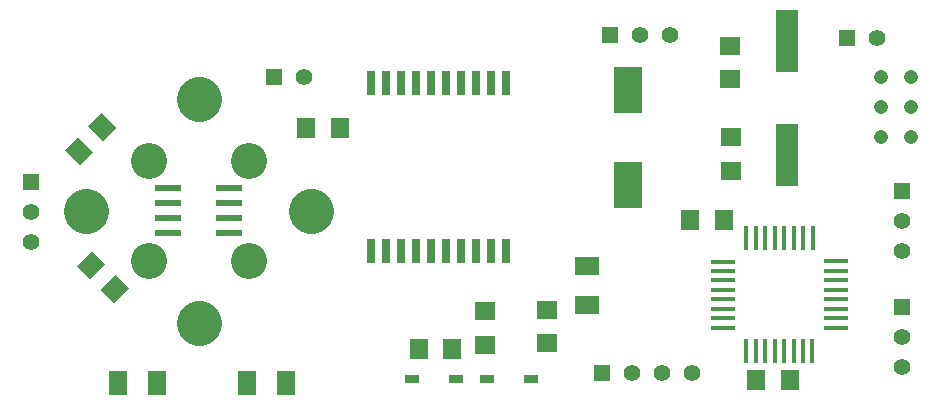
<source format=gts>
G04 ( created by brdgerber.py ( brdgerber.py v0.1 2014-03-12 ) ) date 2021-04-12 03:08:53 EDT*
G04 Gerber Fmt 3.4, Leading zero omitted, Abs format*
%MOIN*%
%FSLAX34Y34*%
G01*
G70*
G90*
G04 APERTURE LIST*
%ADD16R,0.0709X0.0629*%
%ADD13R,0.0629X0.0709*%
%ADD23R,0.0760X0.2100*%
%ADD21R,0.0800X0.0600*%
%ADD18R,0.0177X0.0787*%
%ADD12C,0.0550*%
%ADD24C,0.1200*%
%ADD14R,0.0260X0.0800*%
%ADD20C,0.1500*%
%ADD22C,0.0471*%
%ADD25R,0.0600X0.0800*%
%ADD17R,0.0945X0.1575*%
%ADD15R,0.0472X0.0275*%
%ADD10R,0.0866X0.0236*%
%ADD19R,0.0787X0.0177*%
%ADD11R,0.0550X0.0550*%
G04 APERTURE END LIST*
G54D16*
D10*
X00677Y19000D03*
D10*
X02723Y19000D03*
D10*
X00677Y19500D03*
D10*
X00677Y18500D03*
D10*
X00677Y18000D03*
D10*
X02723Y19500D03*
D10*
X02723Y18500D03*
D10*
X02723Y18000D03*
G36*
G01X-02324Y21228D02*
G01X-02768Y20783D01*
G01X-02267Y20282D01*
G01X-01822Y20726D01*
G01X-02324Y21228D01*
G37*
G36*
G01X-01533Y22018D02*
G01X-01978Y21574D01*
G01X-01476Y21072D01*
G01X-01032Y21517D01*
G01X-01533Y22018D01*
G37*
D11*
X23300Y24500D03*
D12*
X24300Y24500D03*
D11*
X15150Y13350D03*
D12*
X16150Y13350D03*
D12*
X17150Y13350D03*
D12*
X18150Y13350D03*
G36*
G01X-01422Y16974D02*
G01X-01867Y17418D01*
G01X-02368Y16917D01*
G01X-01924Y16472D01*
G01X-01422Y16974D01*
G37*
G36*
G01X-00632Y16183D02*
G01X-01076Y16628D01*
G01X-01578Y16126D01*
G01X-01133Y15682D01*
G01X-00632Y16183D01*
G37*
D13*
X19209Y18450D03*
D13*
X18091Y18450D03*
D11*
X25150Y15550D03*
D12*
X25150Y14550D03*
D12*
X25150Y13550D03*
D11*
X15400Y24600D03*
D12*
X16400Y24600D03*
D12*
X17400Y24600D03*
D14*
X11950Y23000D03*
D14*
X11450Y23000D03*
D14*
X10950Y23000D03*
D14*
X10450Y23000D03*
D14*
X09950Y23000D03*
D14*
X09450Y23000D03*
D14*
X08950Y23000D03*
D14*
X08450Y23000D03*
D14*
X08450Y17400D03*
D14*
X08950Y17400D03*
D14*
X09450Y17400D03*
D14*
X09950Y17400D03*
D14*
X10450Y17400D03*
D14*
X10950Y17400D03*
D14*
X11450Y17400D03*
D14*
X11950Y17400D03*
D14*
X07950Y23000D03*
D14*
X07450Y23000D03*
D14*
X07950Y17400D03*
D14*
X07450Y17400D03*
D13*
X09041Y14150D03*
D13*
X10159Y14150D03*
D15*
X12778Y13150D03*
D15*
X11322Y13150D03*
D11*
X04200Y23200D03*
D12*
X05200Y23200D03*
D16*
X11250Y15409D03*
D16*
X11250Y14291D03*
D16*
X13301Y15459D03*
D16*
X13301Y14341D03*
D13*
X06409Y21500D03*
D13*
X05291Y21500D03*
D11*
X-03900Y19700D03*
D12*
X-03900Y18700D03*
D12*
X-03900Y17700D03*
D15*
X10278Y13150D03*
D15*
X08822Y13150D03*
D17*
X16000Y19625D03*
D17*
X16000Y22775D03*
D18*
X19957Y17846D03*
D18*
X20272Y17846D03*
D18*
X20587Y17846D03*
D18*
X20902Y17846D03*
D18*
X21217Y17846D03*
D18*
X21532Y17846D03*
D18*
X21847Y17846D03*
D18*
X22162Y17846D03*
D18*
X22160Y14080D03*
D18*
X19950Y14080D03*
D18*
X20270Y14080D03*
D18*
X20590Y14080D03*
D18*
X20900Y14080D03*
D18*
X21220Y14080D03*
D18*
X21530Y14080D03*
D18*
X21850Y14080D03*
D19*
X22950Y17062D03*
D19*
X22950Y16748D03*
D19*
X22950Y16432D03*
D19*
X22950Y16118D03*
D19*
X22950Y15802D03*
D19*
X22950Y15488D03*
D19*
X22950Y15172D03*
D19*
X22950Y14858D03*
D19*
X19170Y17060D03*
D19*
X19170Y16750D03*
D19*
X19170Y16430D03*
D19*
X19170Y16120D03*
D19*
X19170Y15810D03*
D19*
X19170Y15490D03*
D19*
X19170Y15170D03*
D19*
X19170Y14850D03*
D11*
X25150Y19400D03*
D12*
X25150Y18400D03*
D12*
X25150Y17400D03*
D13*
X21409Y13100D03*
D13*
X20291Y13100D03*
D20*
G01X05440Y18750D02*
G01X05440Y18750D01*
D20*
G01X01700Y22490D02*
G01X01700Y22490D01*
D20*
G01X-02040Y18750D02*
G01X-02040Y18750D01*
D20*
G01X01700Y15010D02*
G01X01700Y15010D01*
D21*
X14650Y15600D03*
D21*
X14650Y16900D03*
D16*
X19400Y23141D03*
D16*
X19400Y24259D03*
D22*
G01X24450Y23200D02*
G01X24450Y23200D01*
D22*
G01X25450Y23200D02*
G01X25450Y23200D01*
D22*
G01X24450Y22200D02*
G01X24450Y22200D01*
D22*
G01X25450Y22200D02*
G01X25450Y22200D01*
D22*
G01X24450Y21200D02*
G01X24450Y21200D01*
D22*
G01X25450Y21200D02*
G01X25450Y21200D01*
D16*
X19450Y21209D03*
D16*
X19450Y20091D03*
D23*
X21300Y24400D03*
D23*
X21300Y20600D03*
D24*
G01X00030Y17080D02*
G01X00030Y17080D01*
D24*
G01X03370Y17080D02*
G01X03370Y17080D01*
D24*
G01X03370Y20420D02*
G01X03370Y20420D01*
D24*
G01X00030Y20420D02*
G01X00030Y20420D01*
D25*
X-01000Y13000D03*
D25*
X00300Y13000D03*
D25*
X03300Y13000D03*
D25*
X04600Y13000D03*
M02*

</source>
